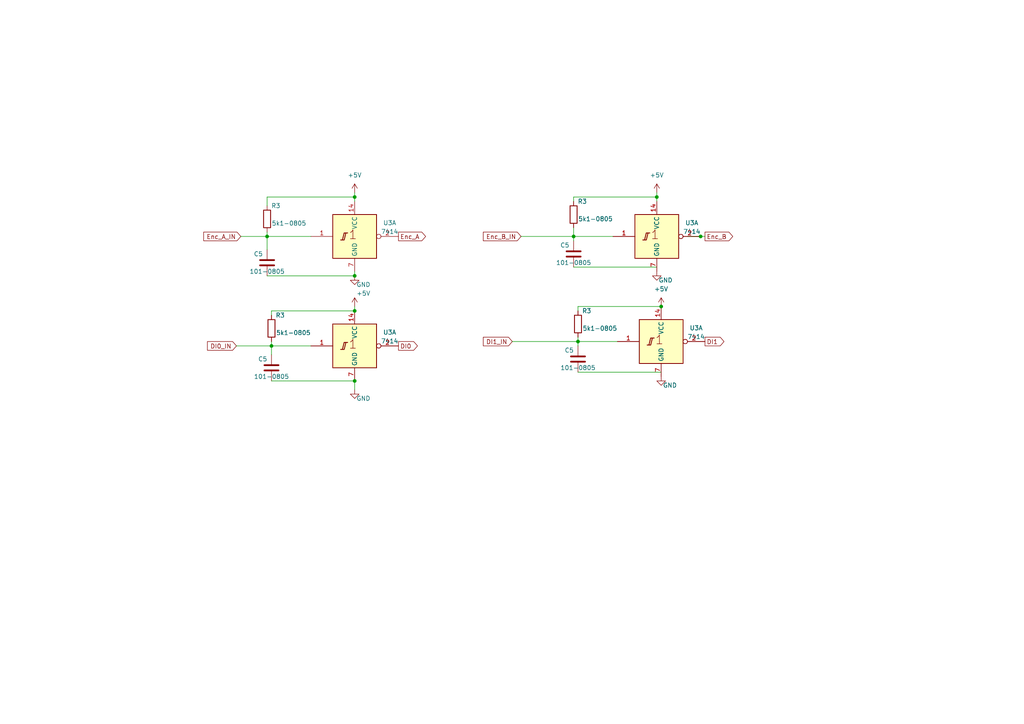
<source format=kicad_sch>
(kicad_sch (version 20230121) (generator eeschema)
  (paper "A4")
  (lib_symbols
    (symbol "74xx_IEEE:7414"
      (property "Reference" "U" (at 3.81 7.62 0))
      (property "Value" "7414" (at 5.08 -7.62 0))
      (symbol "7414_0_0"
        (polyline (pts (xy -4.064 -1.016) (xy -3.048 -1.016) (xy -2.54 1.016) (xy -2.032 1.016) (xy -3.048 1.016) (xy -3.556 -1.016) (xy -3.556 -1.016)) (stroke (width 0.254)) (fill (type background)))
        (text "1" (at -0.508 0.508 0) (effects (font (size 2.54 2.54))))
      )
      (symbol "7414_0_1"
        (rectangle (start -6.35 6.35) (end 6.35 -6.35) (stroke (width 0.254)) (fill (type background)))
        (pin power_in line (at 0 10.16 270) (length 3.81) (name "VCC") (number "14"))
        (pin power_in line (at 0 -10.16 90) (length 3.81) (name "GND") (number "7"))
      )
      (symbol "7414_1_1"
        (pin input line (at -12.7 0 0) (length 6.35) (name "~") (number "1"))
        (pin output inverted (at 12.7 0 180) (length 6.35) (name "~") (number "2"))
      )
      (symbol "7414_2_1"
        (pin input line (at -12.7 0 0) (length 6.35) (name "~") (number "3"))
        (pin output inverted (at 12.7 0 180) (length 6.35) (name "~") (number "4"))
      )
      (symbol "7414_3_1"
        (pin input line (at -12.7 0 0) (length 6.35) (name "~") (number "5"))
        (pin output inverted (at 12.7 0 180) (length 6.35) (name "~") (number "6"))
      )
      (symbol "7414_4_1"
        (pin output inverted (at 12.7 0 180) (length 6.35) (name "~") (number "8"))
        (pin input line (at -12.7 0 0) (length 6.35) (name "~") (number "9"))
      )
      (symbol "7414_5_1"
        (pin output inverted (at 12.7 0 180) (length 6.35) (name "~") (number "10"))
        (pin input line (at -12.7 0 0) (length 6.35) (name "~") (number "11"))
      )
      (symbol "7414_6_1"
        (pin output inverted (at 12.7 0 180) (length 6.35) (name "~") (number "12"))
        (pin input line (at -12.7 0 0) (length 6.35) (name "~") (number "13"))
      )
    )
    (symbol "Device:C" (pin_numbers hide) (pin_names (offset 0.254))
      (property "Reference" "C" (at 0.635 2.54 0))
      (property "Value" "C" (at 0.635 -2.54 0))
      (symbol "C_0_1"
        (polyline (pts (xy -2.032 -0.762) (xy 2.032 -0.762)) (stroke (width 0.508)))
        (polyline (pts (xy -2.032 0.762) (xy 2.032 0.762)) (stroke (width 0.508)))
      )
      (symbol "C_1_1"
        (pin passive line (at 0 3.81 270) (length 2.794) (name "~") (number "1"))
        (pin passive line (at 0 -3.81 90) (length 2.794) (name "~") (number "2"))
      )
    )
    (symbol "Device:R" (pin_numbers hide) (pin_names (offset 0))
      (property "Reference" "R" (at 2.032 0 90))
      (property "Value" "R" (at 0 0 90))
      (symbol "R_0_1"
        (rectangle (start -1.016 -2.54) (end 1.016 2.54) (stroke (width 0.254)))
      )
      (symbol "R_1_1"
        (pin passive line (at 0 3.81 270) (length 1.27) (name "~") (number "1"))
        (pin passive line (at 0 -3.81 90) (length 1.27) (name "~") (number "2"))
      )
    )
    (symbol "power:+5V" (power) (pin_names (offset 0))
      (property "Value" "+5V" (at 0 3.556 0))
      (symbol "+5V_0_1"
        (polyline (pts (xy -0.762 1.27) (xy 0 2.54)))
        (polyline (pts (xy 0 0) (xy 0 2.54)))
        (polyline (pts (xy 0 2.54) (xy 0.762 1.27)))
      )
      (symbol "+5V_1_1"
        (pin power_in line (at 0 0 90) (length 0) hide (name "+5V") (number "1"))
      )
    )
    (symbol "power:GND" (power) (pin_names (offset 0))
      (property "Value" "GND" (at 0 -3.81 0))
      (symbol "GND_0_1"
        (polyline (pts (xy 0 0) (xy 0 -1.27) (xy 1.27 -1.27) (xy 0 -2.54) (xy -1.27 -1.27) (xy 0 -1.27)))
      )
      (symbol "GND_1_1"
        (pin power_in line (at 0 0 270) (length 0) hide (name "GND") (number "1"))
      )
    )
  )
  (junction (at 190.5 57.15))
  (junction (at 102.87 110.49))
  (junction (at 167.64 99.06))
  (junction (at 102.87 80.01))
  (junction (at 77.47 68.58))
  (junction (at 191.77 88.9))
  (junction (at 203.2 68.58))
  (junction (at 102.87 90.17))
  (junction (at 78.74 100.33))
  (junction (at 102.87 57.15))
  (junction (at 166.37 68.58))
  (wire (pts (xy 102.87 55.88) (xy 102.87 57.15)))
  (wire (pts (xy 78.74 91.44) (xy 78.74 90.17)))
  (wire (pts (xy 68.58 100.33) (xy 78.74 100.33)))
  (wire (pts (xy 190.5 55.88) (xy 190.5 57.15)))
  (wire (pts (xy 77.47 57.15) (xy 102.87 57.15)))
  (wire (pts (xy 102.87 113.03) (xy 102.87 110.49)))
  (wire (pts (xy 167.64 107.95) (xy 191.77 107.95)))
  (wire (pts (xy 151.13 68.58) (xy 166.37 68.58)))
  (wire (pts (xy 167.64 99.06) (xy 167.64 100.33)))
  (wire (pts (xy 77.47 67.31) (xy 77.47 68.58)))
  (wire (pts (xy 102.87 88.9) (xy 102.87 90.17)))
  (wire (pts (xy 166.37 57.15) (xy 190.5 57.15)))
  (wire (pts (xy 167.64 90.17) (xy 167.64 88.9)))
  (wire (pts (xy 166.37 66.04) (xy 166.37 68.58)))
  (wire (pts (xy 77.47 59.69) (xy 77.47 57.15)))
  (wire (pts (xy 199.39 68.58) (xy 203.2 68.58)))
  (wire (pts (xy 167.64 88.9) (xy 191.77 88.9)))
  (wire (pts (xy 166.37 58.42) (xy 166.37 57.15)))
  (wire (pts (xy 77.47 68.58) (xy 90.17 68.58)))
  (wire (pts (xy 78.74 90.17) (xy 102.87 90.17)))
  (wire (pts (xy 179.07 99.06) (xy 167.64 99.06)))
  (wire (pts (xy 78.74 100.33) (xy 90.17 100.33)))
  (wire (pts (xy 69.85 68.58) (xy 77.47 68.58)))
  (wire (pts (xy 190.5 57.15) (xy 190.5 58.42)))
  (wire (pts (xy 77.47 68.58) (xy 77.47 72.39)))
  (wire (pts (xy 78.74 99.06) (xy 78.74 100.33)))
  (wire (pts (xy 166.37 68.58) (xy 177.8 68.58)))
  (wire (pts (xy 166.37 68.58) (xy 166.37 69.85)))
  (wire (pts (xy 77.47 80.01) (xy 102.87 80.01)))
  (wire (pts (xy 167.64 97.79) (xy 167.64 99.06)))
  (wire (pts (xy 204.47 68.58) (xy 203.2 68.58)))
  (wire (pts (xy 102.87 57.15) (xy 102.87 58.42)))
  (wire (pts (xy 166.37 77.47) (xy 190.5 77.47)))
  (wire (pts (xy 102.87 80.01) (xy 102.87 78.74)))
  (wire (pts (xy 167.64 99.06) (xy 148.59 99.06)))
  (wire (pts (xy 78.74 100.33) (xy 78.74 102.87)))
  (wire (pts (xy 78.74 110.49) (xy 102.87 110.49)))
  (global_label "Enc_B_IN" (shape input) (at 151.13 68.58 180) (property "Intersheetrefs" "${INTERSHEET_REFS}" (effects hide)))
  (global_label "DI0_IN" (shape input) (at 68.58 100.33 180) (property "Intersheetrefs" "${INTERSHEET_REFS}" (effects hide)))
  (global_label "DI0" (shape output) (at 115.57 100.33 0) (property "Intersheetrefs" "${INTERSHEET_REFS}" (effects hide)))
  (global_label "Enc_B" (shape output) (at 204.47 68.58 0) (property "Intersheetrefs" "${INTERSHEET_REFS}" (effects hide)))
  (global_label "Enc_A_IN" (shape input) (at 69.85 68.58 180) (property "Intersheetrefs" "${INTERSHEET_REFS}" (effects hide)))
  (global_label "DI1_IN" (shape input) (at 148.59 99.06 180) (property "Intersheetrefs" "${INTERSHEET_REFS}" (effects hide)))
  (global_label "DI1" (shape output) (at 204.47 99.06 0) (property "Intersheetrefs" "${INTERSHEET_REFS}" (effects hide)))
  (global_label "Enc_A" (shape output) (at 115.57 68.58 0) (property "Intersheetrefs" "${INTERSHEET_REFS}" (effects hide)))
  (symbol (lib_id "Device:R") (at 77.47 63.5 0) (unit 1)
    (property "Reference" "R3" (at 80.01 59.69 0))
    (property "Value" "5k1-0805" (at 83.82 64.77 0))
    (instances (project "Data acquisition circuit" (path "" (reference "R3") (unit 1)) (path "" (reference "R10") (unit 1))))
  )
  (symbol (lib_id "power:GND") (at 102.87 113.03 0) (unit 1)
    (property "Reference" "#PWR014" (effects hide))
    (property "Value" "GND" (at 105.41 115.57 0))
    (instances (project "Data acquisition circuit" (path "" (reference "#PWR014") (unit 1)) (path "" (reference "#PWR022") (unit 1))))
  )
  (symbol (lib_id "Device:C") (at 166.37 73.66 180) (unit 1)
    (property "Reference" "C5" (at 163.83 71.12 0))
    (property "Value" "101-0805" (at 166.37 76.2 0))
    (instances (project "Data acquisition circuit" (path "" (reference "C5") (unit 1)) (path "" (reference "C28") (unit 1))))
  )
  (symbol (lib_id "Device:C") (at 167.64 104.14 180) (unit 1)
    (property "Reference" "C5" (at 165.1 101.6 0))
    (property "Value" "101-0805" (at 167.64 106.68 0))
    (instances (project "Data acquisition circuit" (path "" (reference "C5") (unit 1)) (path "" (reference "C29") (unit 1))))
  )
  (symbol (lib_id "power:+5V") (at 102.87 55.88 0) (unit 1)
    (property "Reference" "#PWR025" (effects hide))
    (property "Value" "+5V" (at 102.87 50.8 0))
  )
  (symbol (lib_id "74xx_IEEE:7414") (at 102.87 100.33 0) (unit 1)
    (property "Reference" "U3" (at 113.03 96.3931 0))
    (property "Value" "7414" (at 113.03 98.9331 0))
    (instances (project "Data acquisition circuit" (path "" (reference "U3") (unit 1)) (path "" (reference "U4") (unit 1))))
  )
  (symbol (lib_id "Device:R") (at 78.74 95.25 0) (unit 1)
    (property "Reference" "R3" (at 81.28 91.44 0))
    (property "Value" "5k1-0805" (at 85.09 96.52 0))
    (instances (project "Data acquisition circuit" (path "" (reference "R3") (unit 1)) (path "" (reference "R11") (unit 1))))
  )
  (symbol (lib_id "power:+5V") (at 102.87 88.9 0) (unit 1)
    (property "Reference" "#PWR027" (effects hide))
    (property "Value" "+5V" (at 105.41 85.09 0))
  )
  (symbol (lib_id "74xx_IEEE:7414") (at 191.77 99.06 0) (unit 1)
    (property "Reference" "U3" (at 201.93 95.1231 0))
    (property "Value" "7414" (at 201.93 97.6631 0))
    (instances (project "Data acquisition circuit" (path "" (reference "U3") (unit 1)) (path "" (reference "U6") (unit 1))))
  )
  (symbol (lib_id "power:+5V") (at 190.5 55.88 0) (unit 1)
    (property "Reference" "#PWR028" (effects hide))
    (property "Value" "+5V" (at 190.5 50.8 0))
  )
  (symbol (lib_id "power:GND") (at 190.5 78.74 0) (unit 1)
    (property "Reference" "#PWR014" (effects hide))
    (property "Value" "GND" (at 193.04 81.28 0))
    (instances (project "Data acquisition circuit" (path "" (reference "#PWR014") (unit 1)) (path "" (reference "#PWR024") (unit 1))))
  )
  (symbol (lib_id "Device:C") (at 78.74 106.68 180) (unit 1)
    (property "Reference" "C5" (at 76.2 104.14 0))
    (property "Value" "101-0805" (at 78.74 109.22 0))
    (instances (project "Data acquisition circuit" (path "" (reference "C5") (unit 1)) (path "" (reference "C27") (unit 1))))
  )
  (symbol (lib_id "74xx_IEEE:7414") (at 102.87 68.58 0) (unit 1)
    (property "Reference" "U3" (at 113.03 64.6431 0))
    (property "Value" "7414" (at 113.03 67.1831 0))
  )
  (symbol (lib_id "power:+5V") (at 191.77 88.9 0) (unit 1)
    (property "Reference" "#PWR026" (effects hide))
    (property "Value" "+5V" (at 191.77 83.82 0))
  )
  (symbol (lib_id "Device:C") (at 77.47 76.2 180) (unit 1)
    (property "Reference" "C5" (at 74.93 73.66 0))
    (property "Value" "101-0805" (at 77.47 78.74 0))
    (instances (project "Data acquisition circuit" (path "" (reference "C5") (unit 1)) (path "" (reference "C26") (unit 1))))
  )
  (symbol (lib_id "power:GND") (at 102.87 80.01 0) (unit 1)
    (property "Reference" "#PWR014" (effects hide))
    (property "Value" "GND" (at 105.41 82.55 0))
    (instances (project "Data acquisition circuit" (path "" (reference "#PWR014") (unit 1)) (path "" (reference "#PWR023") (unit 1))))
  )
  (symbol (lib_id "74xx_IEEE:7414") (at 190.5 68.58 0) (unit 1)
    (property "Reference" "U3" (at 200.66 64.6431 0))
    (property "Value" "7414" (at 200.66 67.1831 0))
    (instances (project "Data acquisition circuit" (path "" (reference "U3") (unit 1)) (path "" (reference "U5") (unit 1))))
  )
  (symbol (lib_id "Device:R") (at 166.37 62.23 0) (unit 1)
    (property "Reference" "R3" (at 168.91 58.42 0))
    (property "Value" "5k1-0805" (at 172.72 63.5 0))
    (instances (project "Data acquisition circuit" (path "" (reference "R3") (unit 1)) (path "" (reference "R12") (unit 1))))
  )
  (symbol (lib_id "power:GND") (at 191.77 109.22 0) (unit 1)
    (property "Reference" "#PWR014" (effects hide))
    (property "Value" "GND" (at 194.31 111.76 0))
    (instances (project "Data acquisition circuit" (path "" (reference "#PWR014") (unit 1)) (path "" (reference "#PWR021") (unit 1))))
  )
  (symbol (lib_id "Device:R") (at 167.64 93.98 0) (unit 1)
    (property "Reference" "R3" (at 170.18 90.17 0))
    (property "Value" "5k1-0805" (at 173.99 95.25 0))
    (instances (project "Data acquisition circuit" (path "" (reference "R3") (unit 1)) (path "" (reference "R13") (unit 1))))
  )
)
</source>
